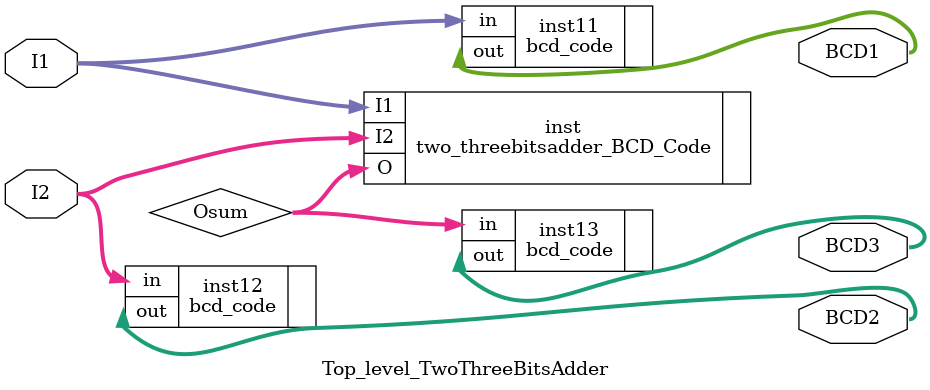
<source format=v>
module Top_level_TwoThreeBitsAdder(
input [2:0] I1,   
input [2:0] I2,   
output [6:0] BCD1,
output [6:0] BCD2,
output [6:0] BCD3);

wire [3:0] Osum;

two_threebitsadder_BCD_Code inst (
	.I1 (I1),
	.I2(I2),
	.O(Osum),
);

bcd_code inst11
(	.in(I1),
	.out(BCD1)
);
bcd_code inst12
(	.in(I2),
	.out(BCD2)
);
bcd_code inst13
(	.in(Osum),
	.out(BCD3)
);
endmodule 
</source>
